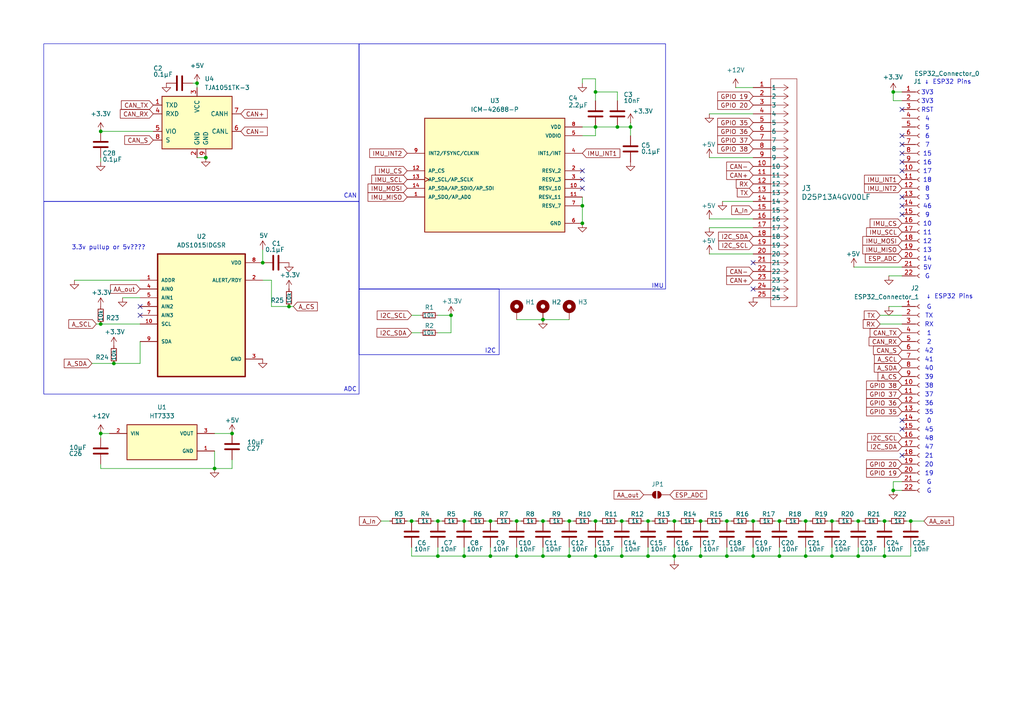
<source format=kicad_sch>
(kicad_sch (version 20231120) (generator "eeschema") (generator_version "8.0")
  (paper "A4")
  (title_block (title "SSS_HAT") (date "2024-11-05") (rev "1.0") (company "Dallas Formula Racing") (comment 1 "By: Will Everson"))
  (junction (at 259.08 26.67))
  (junction (at 195.58 161.29))
  (junction (at 218.44 151.13))
  (junction (at 210.82 161.29))
  (junction (at 67.31 125.73))
  (junction (at 172.72 161.29))
  (junction (at 149.86 151.13))
  (junction (at 172.72 26.67))
  (junction (at 256.54 161.29))
  (junction (at 264.16 151.13))
  (junction (at 83.82 88.9))
  (junction (at 180.34 151.13))
  (junction (at 248.92 161.29))
  (junction (at 142.24 161.29))
  (junction (at 119.38 151.13))
  (junction (at 172.72 151.13))
  (junction (at 59.69 45.72))
  (junction (at 180.34 161.29))
  (junction (at 172.72 36.83))
  (junction (at 127 161.29))
  (junction (at 195.58 151.13))
  (junction (at 241.3 161.29))
  (junction (at 187.96 161.29))
  (junction (at 127 151.13))
  (junction (at 241.3 151.13))
  (junction (at 165.1 151.13))
  (junction (at 29.21 38.1))
  (junction (at 157.48 161.29))
  (junction (at 248.92 151.13))
  (junction (at 165.1 161.29))
  (junction (at 134.62 161.29))
  (junction (at 182.88 36.83))
  (junction (at 233.68 151.13))
  (junction (at 226.06 151.13))
  (junction (at 149.86 161.29))
  (junction (at 259.08 142.24))
  (junction (at 57.15 24.13))
  (junction (at 157.48 151.13))
  (junction (at 256.54 151.13))
  (junction (at 168.91 64.77))
  (junction (at 218.44 161.29))
  (junction (at 157.48 92.71))
  (junction (at 210.82 151.13))
  (junction (at 142.24 151.13))
  (junction (at 168.91 59.69))
  (junction (at 179.07 36.83))
  (junction (at 226.06 161.29))
  (junction (at 62.23 135.89))
  (junction (at 130.81 91.44))
  (junction (at 76.2 76.2))
  (junction (at 203.2 161.29))
  (junction (at 233.68 161.29))
  (junction (at 187.96 151.13))
  (junction (at 203.2 151.13))
  (junction (at 33.02 105.41))
  (junction (at 134.62 151.13))
  (junction (at 29.21 93.98))
  (junction (at 29.21 125.73))
  (no_connect (at 261.62 132.08))
  (no_connect (at 168.91 49.53))
  (no_connect (at 261.62 31.75))
  (no_connect (at 261.62 39.37))
  (no_connect (at 40.64 91.44))
  (no_connect (at 168.91 52.07))
  (no_connect (at 218.44 76.2))
  (no_connect (at 261.62 44.45))
  (no_connect (at 261.62 49.53))
  (no_connect (at 261.62 57.15))
  (no_connect (at 261.62 62.23))
  (no_connect (at 168.91 54.61))
  (no_connect (at 261.62 46.99))
  (no_connect (at 218.44 83.82))
  (no_connect (at 261.62 124.46))
  (no_connect (at 261.62 59.69))
  (no_connect (at 261.62 121.92))
  (no_connect (at 261.62 41.91))
  (no_connect (at 40.64 88.9))
  (wire (pts (xy 133.35 151.13) (xy 134.62 151.13)))
  (wire (pts (xy 172.72 26.67) (xy 179.07 26.67)))
  (wire (pts (xy 125.73 151.13) (xy 127 151.13)))
  (wire (pts (xy 248.92 158.75) (xy 248.92 161.29)))
  (wire (pts (xy 172.72 161.29) (xy 165.1 161.29)))
  (wire (pts (xy 127 96.52) (xy 130.81 96.52)))
  (wire (pts (xy 165.1 161.29) (xy 157.48 161.29)))
  (wire (pts (xy 57.15 45.72) (xy 59.69 45.72)))
  (wire (pts (xy 149.86 151.13) (xy 151.13 151.13)))
  (wire (pts (xy 205.74 73.66) (xy 218.44 73.66)))
  (wire (pts (xy 156.21 151.13) (xy 157.48 151.13)))
  (wire (pts (xy 140.97 151.13) (xy 142.24 151.13)))
  (wire (pts (xy 203.2 158.75) (xy 203.2 161.29)))
  (wire (pts (xy 264.16 151.13) (xy 262.89 151.13)))
  (wire (pts (xy 29.21 135.89) (xy 29.21 134.62)))
  (wire (pts (xy 201.93 151.13) (xy 203.2 151.13)))
  (wire (pts (xy 179.07 36.83) (xy 172.72 36.83)))
  (wire (pts (xy 27.94 93.98) (xy 29.21 93.98)))
  (wire (pts (xy 203.2 151.13) (xy 204.47 151.13)))
  (wire (pts (xy 217.17 151.13) (xy 218.44 151.13)))
  (wire (pts (xy 148.59 151.13) (xy 149.86 151.13)))
  (wire (pts (xy 264.16 158.75) (xy 264.16 161.29)))
  (wire (pts (xy 119.38 91.44) (xy 121.92 91.44)))
  (wire (pts (xy 233.68 161.29) (xy 226.06 161.29)))
  (wire (pts (xy 134.62 158.75) (xy 134.62 161.29)))
  (wire (pts (xy 142.24 161.29) (xy 134.62 161.29)))
  (wire (pts (xy 248.92 151.13) (xy 250.19 151.13)))
  (wire (pts (xy 62.23 135.89) (xy 67.31 135.89)))
  (wire (pts (xy 261.62 139.7) (xy 259.08 139.7)))
  (wire (pts (xy 142.24 151.13) (xy 143.51 151.13)))
  (wire (pts (xy 259.08 139.7) (xy 259.08 142.24)))
  (wire (pts (xy 180.34 161.29) (xy 172.72 161.29)))
  (wire (pts (xy 218.44 161.29) (xy 210.82 161.29)))
  (wire (pts (xy 264.16 151.13) (xy 267.97 151.13)))
  (wire (pts (xy 241.3 158.75) (xy 241.3 161.29)))
  (wire (pts (xy 218.44 151.13) (xy 219.71 151.13)))
  (wire (pts (xy 179.07 151.13) (xy 180.34 151.13)))
  (wire (pts (xy 163.83 151.13) (xy 165.1 151.13)))
  (wire (pts (xy 26.67 105.41) (xy 33.02 105.41)))
  (wire (pts (xy 83.82 88.9) (xy 78.74 88.9)))
  (wire (pts (xy 264.16 161.29) (xy 256.54 161.29)))
  (wire (pts (xy 186.69 151.13) (xy 187.96 151.13)))
  (wire (pts (xy 40.64 105.41) (xy 40.64 99.06)))
  (wire (pts (xy 35.56 86.36) (xy 40.64 86.36)))
  (wire (pts (xy 157.48 161.29) (xy 149.86 161.29)))
  (wire (pts (xy 259.08 142.24) (xy 261.62 142.24)))
  (wire (pts (xy 233.68 151.13) (xy 234.95 151.13)))
  (wire (pts (xy 171.45 151.13) (xy 172.72 151.13)))
  (wire (pts (xy 213.36 25.4) (xy 218.44 25.4)))
  (wire (pts (xy 210.82 158.75) (xy 210.82 161.29)))
  (wire (pts (xy 130.81 96.52) (xy 130.81 91.44)))
  (wire (pts (xy 210.82 161.29) (xy 203.2 161.29)))
  (wire (pts (xy 172.72 29.21) (xy 172.72 26.67)))
  (wire (pts (xy 33.02 105.41) (xy 40.64 105.41)))
  (wire (pts (xy 127 161.29) (xy 119.38 161.29)))
  (wire (pts (xy 127 158.75) (xy 127 161.29)))
  (wire (pts (xy 29.21 125.73) (xy 29.21 127)))
  (wire (pts (xy 240.03 151.13) (xy 241.3 151.13)))
  (wire (pts (xy 78.74 81.28) (xy 78.74 88.9)))
  (wire (pts (xy 119.38 151.13) (xy 120.65 151.13)))
  (wire (pts (xy 149.86 158.75) (xy 149.86 161.29)))
  (wire (pts (xy 259.08 26.67) (xy 261.62 26.67)))
  (wire (pts (xy 157.48 92.71) (xy 165.1 92.71)))
  (wire (pts (xy 205.74 33.02) (xy 218.44 33.02)))
  (wire (pts (xy 149.86 92.71) (xy 157.48 92.71)))
  (wire (pts (xy 257.81 88.9) (xy 261.62 88.9)))
  (wire (pts (xy 168.91 39.37) (xy 172.72 39.37)))
  (wire (pts (xy 241.3 151.13) (xy 242.57 151.13)))
  (wire (pts (xy 134.62 151.13) (xy 135.89 151.13)))
  (wire (pts (xy 195.58 161.29) (xy 195.58 162.56)))
  (wire (pts (xy 29.21 38.1) (xy 44.45 38.1)))
  (wire (pts (xy 157.48 151.13) (xy 158.75 151.13)))
  (wire (pts (xy 233.68 158.75) (xy 233.68 161.29)))
  (wire (pts (xy 224.79 151.13) (xy 226.06 151.13)))
  (wire (pts (xy 29.21 46.99) (xy 29.21 45.72)))
  (wire (pts (xy 168.91 22.86) (xy 168.91 24.13)))
  (wire (pts (xy 149.86 161.29) (xy 142.24 161.29)))
  (wire (pts (xy 134.62 161.29) (xy 127 161.29)))
  (wire (pts (xy 165.1 151.13) (xy 166.37 151.13)))
  (wire (pts (xy 127 151.13) (xy 128.27 151.13)))
  (wire (pts (xy 29.21 125.73) (xy 31.75 125.73)))
  (wire (pts (xy 172.72 151.13) (xy 173.99 151.13)))
  (wire (pts (xy 255.27 91.44) (xy 261.62 91.44)))
  (wire (pts (xy 182.88 35.56) (xy 182.88 36.83)))
  (wire (pts (xy 187.96 158.75) (xy 187.96 161.29)))
  (wire (pts (xy 165.1 158.75) (xy 165.1 161.29)))
  (wire (pts (xy 226.06 158.75) (xy 226.06 161.29)))
  (wire (pts (xy 195.58 161.29) (xy 195.58 158.75)))
  (wire (pts (xy 205.74 66.04) (xy 218.44 66.04)))
  (wire (pts (xy 172.72 22.86) (xy 168.91 22.86)))
  (wire (pts (xy 259.08 29.21) (xy 259.08 26.67)))
  (wire (pts (xy 187.96 161.29) (xy 195.58 161.29)))
  (wire (pts (xy 127 91.44) (xy 130.81 91.44)))
  (wire (pts (xy 187.96 161.29) (xy 180.34 161.29)))
  (wire (pts (xy 78.74 81.28) (xy 76.2 81.28)))
  (wire (pts (xy 182.88 36.83) (xy 182.88 39.37)))
  (wire (pts (xy 194.31 151.13) (xy 195.58 151.13)))
  (wire (pts (xy 168.91 57.15) (xy 168.91 59.69)))
  (wire (pts (xy 255.27 93.98) (xy 261.62 93.98)))
  (wire (pts (xy 205.74 63.5) (xy 218.44 63.5)))
  (wire (pts (xy 110.49 151.13) (xy 113.03 151.13)))
  (wire (pts (xy 248.92 161.29) (xy 241.3 161.29)))
  (wire (pts (xy 172.72 158.75) (xy 172.72 161.29)))
  (wire (pts (xy 255.27 151.13) (xy 256.54 151.13)))
  (wire (pts (xy 241.3 161.29) (xy 233.68 161.29)))
  (wire (pts (xy 247.65 77.47) (xy 261.62 77.47)))
  (wire (pts (xy 205.74 45.72) (xy 218.44 45.72)))
  (wire (pts (xy 67.31 133.35) (xy 67.31 135.89)))
  (wire (pts (xy 195.58 151.13) (xy 196.85 151.13)))
  (wire (pts (xy 57.15 24.13) (xy 55.88 24.13)))
  (wire (pts (xy 256.54 161.29) (xy 248.92 161.29)))
  (wire (pts (xy 119.38 96.52) (xy 121.92 96.52)))
  (wire (pts (xy 182.88 36.83) (xy 179.07 36.83)))
  (wire (pts (xy 76.2 72.39) (xy 76.2 76.2)))
  (wire (pts (xy 142.24 158.75) (xy 142.24 161.29)))
  (wire (pts (xy 209.55 151.13) (xy 210.82 151.13)))
  (wire (pts (xy 40.64 81.28) (xy 21.59 81.28)))
  (wire (pts (xy 119.38 161.29) (xy 119.38 158.75)))
  (wire (pts (xy 172.72 26.67) (xy 172.72 22.86)))
  (wire (pts (xy 210.82 151.13) (xy 212.09 151.13)))
  (wire (pts (xy 187.96 151.13) (xy 189.23 151.13)))
  (wire (pts (xy 257.81 80.01) (xy 261.62 80.01)))
  (wire (pts (xy 29.21 93.98) (xy 40.64 93.98)))
  (wire (pts (xy 172.72 36.83) (xy 168.91 36.83)))
  (wire (pts (xy 180.34 158.75) (xy 180.34 161.29)))
  (wire (pts (xy 85.09 88.9) (xy 83.82 88.9)))
  (wire (pts (xy 232.41 151.13) (xy 233.68 151.13)))
  (wire (pts (xy 261.62 29.21) (xy 259.08 29.21)))
  (wire (pts (xy 62.23 125.73) (xy 67.31 125.73)))
  (wire (pts (xy 203.2 161.29) (xy 195.58 161.29)))
  (wire (pts (xy 256.54 158.75) (xy 256.54 161.29)))
  (wire (pts (xy 29.21 135.89) (xy 62.23 135.89)))
  (wire (pts (xy 209.55 58.42) (xy 218.44 58.42)))
  (wire (pts (xy 62.23 130.81) (xy 62.23 135.89)))
  (wire (pts (xy 168.91 59.69) (xy 168.91 64.77)))
  (wire (pts (xy 218.44 158.75) (xy 218.44 161.29)))
  (wire (pts (xy 172.72 36.83) (xy 172.72 39.37)))
  (wire (pts (xy 226.06 161.29) (xy 218.44 161.29)))
  (wire (pts (xy 256.54 151.13) (xy 257.81 151.13)))
  (wire (pts (xy 118.11 151.13) (xy 119.38 151.13)))
  (wire (pts (xy 57.15 25.4) (xy 57.15 24.13)))
  (wire (pts (xy 157.48 158.75) (xy 157.48 161.29)))
  (wire (pts (xy 180.34 151.13) (xy 181.61 151.13)))
  (wire (pts (xy 179.07 26.67) (xy 179.07 29.21)))
  (wire (pts (xy 226.06 151.13) (xy 227.33 151.13)))
  (wire (pts (xy 247.65 151.13) (xy 248.92 151.13)))
  (rectangle (start 12.7 58.42) (end 104.14 114.3))
  (rectangle (start 104.14 83.82) (end 144.78 102.87))
  (rectangle (start 12.7 12.7) (end 104.14 58.42) (stroke (width 0.127)))
  (rectangle (start 104.14 12.7) (end 193.04 83.82))
  (text "47" (at 269.494 129.794 0) (effects (font (size 1.27 1.27))))
  (text "45" (at 269.494 124.714 0) (effects (font (size 1.27 1.27))))
  (text "1" (at 269.494 96.774 0) (effects (font (size 1.27 1.27))))
  (text "35" (at 269.494 119.634 0) (effects (font (size 1.27 1.27))))
  (text "37" (at 269.494 114.554 0) (effects (font (size 1.27 1.27))))
  (text "42" (at 269.494 101.854 0) (effects (font (size 1.27 1.27))))
  (text "↓ ESP32 Pins\n" (at 274.828 23.876 0) (effects (font (size 1.27 1.27))))
  (text "7" (at 268.986 42.164 0) (effects (font (size 1.27 1.27))))
  (text "3V3" (at 268.986 26.924 0) (effects (font (size 1.27 1.27))))
  (text "48" (at 269.494 127.254 0) (effects (font (size 1.27 1.27))))
  (text "3.3v pullup or 5v????" (at 31.496 71.882 0) (effects (font (size 1.27 1.27))))
  (text "38" (at 269.494 112.014 0) (effects (font (size 1.27 1.27))))
  (text "3" (at 268.986 57.404 0) (effects (font (size 1.27 1.27))))
  (text "20" (at 269.494 134.874 0) (effects (font (size 1.27 1.27))))
  (text "36" (at 269.494 117.094 0) (effects (font (size 1.27 1.27))))
  (text "G" (at 269.494 139.954 0) (effects (font (size 1.27 1.27))))
  (text "14" (at 268.986 75.184 0) (effects (font (size 1.27 1.27))))
  (text "TX" (at 269.494 91.694 0) (effects (font (size 1.27 1.27))))
  (text "RX" (at 269.494 94.234 0) (effects (font (size 1.27 1.27))))
  (text "G\n" (at 269.494 89.154 0) (effects (font (size 1.27 1.27))))
  (text "18" (at 268.986 52.324 0) (effects (font (size 1.27 1.27))))
  (text "16" (at 268.986 47.244 0) (effects (font (size 1.27 1.27))))
  (text "↓ ESP32 Pins\n" (at 275.336 86.106 0) (effects (font (size 1.27 1.27))))
  (text "41" (at 269.494 104.394 0) (effects (font (size 1.27 1.27))))
  (text "5" (at 268.986 37.084 0) (effects (font (size 1.27 1.27))))
  (text "3V3" (at 268.986 29.464 0) (effects (font (size 1.27 1.27))))
  (text "39" (at 269.494 109.474 0) (effects (font (size 1.27 1.27))))
  (text "5V" (at 268.986 77.724 0) (effects (font (size 1.27 1.27))))
  (text "10" (at 268.986 65.024 0) (effects (font (size 1.27 1.27))))
  (text "0" (at 269.494 122.174 0) (effects (font (size 1.27 1.27))))
  (text "ADC" (at 101.6 113.03 0) (effects (font (size 1.27 1.27))))
  (text "I2C" (at 142.24 101.854 0) (effects (font (size 1.27 1.27))))
  (text "8" (at 268.986 54.864 0) (effects (font (size 1.27 1.27))))
  (text "CAN" (at 101.6 56.896 0) (effects (font (size 1.27 1.27))))
  (text "9" (at 268.986 62.484 0) (effects (font (size 1.27 1.27))))
  (text "15" (at 268.986 44.704 0) (effects (font (size 1.27 1.27))))
  (text "19" (at 269.494 137.414 0) (effects (font (size 1.27 1.27))))
  (text "11" (at 268.986 67.564 0) (effects (font (size 1.27 1.27))))
  (text "2" (at 269.494 99.314 0) (effects (font (size 1.27 1.27))))
  (text "17" (at 268.986 49.784 0) (effects (font (size 1.27 1.27))))
  (text "21" (at 269.494 132.334 0) (effects (font (size 1.27 1.27))))
  (text "40" (at 269.494 106.934 0) (effects (font (size 1.27 1.27))))
  (text "G" (at 269.494 142.494 0) (effects (font (size 1.27 1.27))))
  (text "6" (at 268.986 39.624 0) (effects (font (size 1.27 1.27))))
  (text "4" (at 268.986 34.544 0) (effects (font (size 1.27 1.27))))
  (text "12" (at 268.986 70.104 0) (effects (font (size 1.27 1.27))))
  (text "13" (at 268.986 72.644 0) (effects (font (size 1.27 1.27))))
  (text "IMU" (at 190.754 83.058 0) (effects (font (size 1.27 1.27))))
  (text "46" (at 268.986 59.944 0) (effects (font (size 1.27 1.27))))
  (text "RST" (at 268.986 32.004 0) (effects (font (size 1.27 1.27))))
  (text "G" (at 268.986 80.264 0) (effects (font (size 1.27 1.27))))
  (global_label "IMU_MOSI" (shape input) (at 118.11 54.61 180) (property "Intersheetrefs" "${INTERSHEET_REFS}" (effects (hide yes))))
  (global_label "GPIO 37" (shape input) (at 261.62 114.3 180) (property "Intersheetrefs" "${INTERSHEET_REFS}" (effects (hide yes))))
  (global_label "CAN_S" (shape input) (at 261.62 101.6 180) (property "Intersheetrefs" "${INTERSHEET_REFS}" (effects (hide yes))))
  (global_label "I2C_SDA" (shape input) (at 218.44 68.58 180) (property "Intersheetrefs" "${INTERSHEET_REFS}" (effects (hide yes))))
  (global_label "IMU_INT2" (shape input) (at 261.62 54.61 180) (property "Intersheetrefs" "${INTERSHEET_REFS}" (effects (hide yes))))
  (global_label "ESP_ADC" (shape input) (at 261.62 74.93 180) (property "Intersheetrefs" "${INTERSHEET_REFS}" (effects (hide yes))))
  (global_label "TX" (shape input) (at 218.44 55.88 180) (property "Intersheetrefs" "${INTERSHEET_REFS}" (effects (hide yes))))
  (global_label "TX" (shape input) (at 255.27 91.44 180) (property "Intersheetrefs" "${INTERSHEET_REFS}" (effects (hide yes))))
  (global_label "RX" (shape input) (at 255.27 93.98 180) (property "Intersheetrefs" "${INTERSHEET_REFS}" (effects (hide yes))))
  (global_label "I2C_SCL" (shape input) (at 119.38 91.44 180) (property "Intersheetrefs" "${INTERSHEET_REFS}" (effects (hide yes))))
  (global_label "A_CS" (shape input) (at 261.62 109.22 180) (property "Intersheetrefs" "${INTERSHEET_REFS}" (effects (hide yes))))
  (global_label "A_In" (shape input) (at 110.49 151.13 180) (property "Intersheetrefs" "${INTERSHEET_REFS}" (effects (hide yes))))
  (global_label "IMU_MOSI" (shape input) (at 261.62 69.85 180) (property "Intersheetrefs" "${INTERSHEET_REFS}" (effects (hide yes))))
  (global_label "GPIO 36" (shape input) (at 261.62 116.84 180) (property "Intersheetrefs" "${INTERSHEET_REFS}" (effects (hide yes))))
  (global_label "CAN_RX" (shape input) (at 261.62 99.06 180) (property "Intersheetrefs" "${INTERSHEET_REFS}" (effects (hide yes))))
  (global_label "IMU_INT1" (shape input) (at 261.62 52.07 180) (property "Intersheetrefs" "${INTERSHEET_REFS}" (effects (hide yes))))
  (global_label "IMU_INT1" (shape input) (at 168.91 44.45 0) (property "Intersheetrefs" "${INTERSHEET_REFS}" (effects (hide yes))))
  (global_label "A_SCL" (shape input) (at 27.94 93.98 180) (property "Intersheetrefs" "${INTERSHEET_REFS}" (effects (hide yes))))
  (global_label "AA_out" (shape input) (at 267.97 151.13 0) (property "Intersheetrefs" "${INTERSHEET_REFS}" (effects (hide yes))))
  (global_label "IMU_MISO" (shape input) (at 118.11 57.15 180) (property "Intersheetrefs" "${INTERSHEET_REFS}" (effects (hide yes))))
  (global_label "GPIO 19" (shape input) (at 422.459 70.052 180) (property "Intersheetrefs" "${INTERSHEET_REFS}" (effects (hide yes))))
  (global_label "GPIO 20" (shape input) (at 218.44 30.48 180) (property "Intersheetrefs" "${INTERSHEET_REFS}" (effects (hide yes))))
  (global_label "AA_out" (shape input) (at 186.69 143.51 180) (property "Intersheetrefs" "${INTERSHEET_REFS}" (effects (hide yes))))
  (global_label "CAN_S" (shape input) (at 44.45 40.64 180) (property "Intersheetrefs" "${INTERSHEET_REFS}" (effects (hide yes))))
  (global_label "IMU_CS" (shape input) (at 261.62 64.77 180) (property "Intersheetrefs" "${INTERSHEET_REFS}" (effects (hide yes))))
  (global_label "GPIO 19" (shape input) (at 261.62 137.16 180) (property "Intersheetrefs" "${INTERSHEET_REFS}" (effects (hide yes))))
  (global_label "IMU_INT2" (shape input) (at 118.11 44.45 180) (property "Intersheetrefs" "${INTERSHEET_REFS}" (effects (hide yes))))
  (global_label "GPIO 19" (shape input) (at 218.44 27.94 180) (property "Intersheetrefs" "${INTERSHEET_REFS}" (effects (hide yes))))
  (global_label "A_In" (shape input) (at 218.44 60.96 180) (property "Intersheetrefs" "${INTERSHEET_REFS}" (effects (hide yes))))
  (global_label "IMU_SCL" (shape input) (at 261.62 67.31 180) (property "Intersheetrefs" "${INTERSHEET_REFS}" (effects (hide yes))))
  (global_label "CAN+" (shape input) (at 218.44 50.8 180) (property "Intersheetrefs" "${INTERSHEET_REFS}" (effects (hide yes))))
  (global_label "I2C_SCL" (shape input) (at 261.62 127 180) (property "Intersheetrefs" "${INTERSHEET_REFS}" (effects (hide yes))))
  (global_label "A_SCL" (shape input) (at 261.62 104.14 180) (property "Intersheetrefs" "${INTERSHEET_REFS}" (effects (hide yes))))
  (global_label "IMU_CS" (shape input) (at 118.11 49.53 180) (property "Intersheetrefs" "${INTERSHEET_REFS}" (effects (hide yes))))
  (global_label "A_CS" (shape input) (at 85.09 88.9 0) (property "Intersheetrefs" "${INTERSHEET_REFS}" (effects (hide yes))))
  (global_label "GPIO 20" (shape input) (at 261.62 134.62 180) (property "Intersheetrefs" "${INTERSHEET_REFS}" (effects (hide yes))))
  (global_label "CAN_RX" (shape input) (at 44.45 33.02 180) (property "Intersheetrefs" "${INTERSHEET_REFS}" (effects (hide yes))))
  (global_label "CAN-" (shape input) (at 218.44 78.74 180) (property "Intersheetrefs" "${INTERSHEET_REFS}" (effects (hide yes))))
  (global_label "CAN+" (shape input) (at 218.44 81.28 180) (property "Intersheetrefs" "${INTERSHEET_REFS}" (effects (hide yes))))
  (global_label "GPIO 38" (shape input) (at 261.62 111.76 180) (property "Intersheetrefs" "${INTERSHEET_REFS}" (effects (hide yes))))
  (global_label "GPIO 36" (shape input) (at 218.44 38.1 180) (property "Intersheetrefs" "${INTERSHEET_REFS}" (effects (hide yes))))
  (global_label "A_SDA" (shape input) (at 261.62 106.68 180) (property "Intersheetrefs" "${INTERSHEET_REFS}" (effects (hide yes))))
  (global_label "CAN-" (shape input) (at 218.44 48.26 180) (property "Intersheetrefs" "${INTERSHEET_REFS}" (effects (hide yes))))
  (global_label "CAN-" (shape input) (at 69.85 38.1 0) (property "Intersheetrefs" "${INTERSHEET_REFS}" (effects (hide yes))))
  (global_label "CAN_TX" (shape input) (at 261.62 96.52 180) (property "Intersheetrefs" "${INTERSHEET_REFS}" (effects (hide yes))))
  (global_label "GPIO 35" (shape input) (at 261.62 119.38 180) (property "Intersheetrefs" "${INTERSHEET_REFS}" (effects (hide yes))))
  (global_label "IMU_SCL" (shape input) (at 118.11 52.07 180) (property "Intersheetrefs" "${INTERSHEET_REFS}" (effects (hide yes))))
  (global_label "GPIO 37" (shape input) (at 218.44 40.64 180) (property "Intersheetrefs" "${INTERSHEET_REFS}" (effects (hide yes))))
  (global_label "CAN_TX" (shape input) (at 44.45 30.48 180) (property "Intersheetrefs" "${INTERSHEET_REFS}" (effects (hide yes))))
  (global_label "CAN+" (shape input) (at 69.85 33.02 0) (property "Intersheetrefs" "${INTERSHEET_REFS}" (effects (hide yes))))
  (global_label "GPIO 38" (shape input) (at 218.44 43.18 180) (property "Intersheetrefs" "${INTERSHEET_REFS}" (effects (hide yes))))
  (global_label "GPIO 20" (shape input) (at 422.459 67.512 180) (property "Intersheetrefs" "${INTERSHEET_REFS}" (effects (hide yes))))
  (global_label "RX" (shape input) (at 218.44 53.34 180) (property "Intersheetrefs" "${INTERSHEET_REFS}" (effects (hide yes))))
  (global_label "GPIO 35" (shape input) (at 218.44 35.56 180) (property "Intersheetrefs" "${INTERSHEET_REFS}" (effects (hide yes))))
  (global_label "I2C_SDA" (shape input) (at 119.38 96.52 180) (property "Intersheetrefs" "${INTERSHEET_REFS}" (effects (hide yes))))
  (global_label "I2C_SDA" (shape input) (at 261.62 129.54 180) (property "Intersheetrefs" "${INTERSHEET_REFS}" (effects (hide yes))))
  (global_label "IMU_MISO" (shape input) (at 261.62 72.39 180) (property "Intersheetrefs" "${INTERSHEET_REFS}" (effects (hide yes))))
  (global_label "ESP_ADC" (shape input) (at 194.31 143.51 0) (property "Intersheetrefs" "${INTERSHEET_REFS}" (effects (hide yes))))
  (global_label "A_SDA" (shape input) (at 26.67 105.41 180) (property "Intersheetrefs" "${INTERSHEET_REFS}" (effects (hide yes))))
  (global_label "AA_out" (shape input) (at 40.64 83.82 180) (property "Intersheetrefs" "${INTERSHEET_REFS}" (effects (hide yes))))
  (global_label "I2C_SCL" (shape input) (at 218.44 71.12 180) (property "Intersheetrefs" "${INTERSHEET_REFS}" (effects (hide yes))))
  (symbol (lib_id "power:GND") (at 76.2 104.14 0) (unit 1)
    (property "Reference" "#PWR018" (effects (hide yes)))
    (property "Value" "GND" (effects (hide yes)))
  )
  (symbol (lib_id "Device:C") (at 29.21 130.81 180) (unit 1)
    (property "Reference" "C26" (at 23.876 131.572 0) (effects (justify left)))
    (property "Value" "10μF" (at 25.146 129.794 0) (effects (justify left)))
    (property "Footprint" "Capacitor_SMD:C_0603_1608Metric" (effects (hide yes)))
    (property "Description" "Unpolarized capacitor" (effects (hide yes)))
  )
  (symbol (lib_id "power:GND") (at 259.08 142.24 0) (unit 1)
    (property "Reference" "#PWR013" (effects (hide yes)))
    (property "Value" "GND" (effects (hide yes)))
  )
  (symbol (lib_name "+5V_2") (lib_id "power:+5V") (at 29.21 38.1 0) (unit 1)
    (property "Reference" "#PWR022" (effects (hide yes)))
    (property "Value" "+3.3V" (at 29.21 33.02 0))
    (property "Description" "Power symbol creates a global label with name \"+5V\"" (effects (hide yes)))
  )
  (symbol (lib_id "power:+3.3V") (at 76.2 72.39 0) (unit 1)
    (property "Reference" "#PWR015" (effects (hide yes)))
    (property "Value" "5V" (at 76.454 68.326 0))
  )
  (symbol (lib_id "Device:C") (at 203.2 154.94 180) (unit 1)
    (property "Reference" "C17" (at 207.518 157.48 0) (effects (justify left)))
    (property "Value" "10nF" (at 208.788 159.258 0) (effects (justify left)))
    (property "Footprint" "Capacitor_SMD:C_0201_0603Metric" (effects (hide yes)))
    (property "Description" "Unpolarized capacitor" (effects (hide yes)))
  )
  (symbol (lib_id "Connector:Conn_01x22_Socket") (at 266.7 52.07 0) (unit 1)
    (property "Reference" "J1" (at 264.922 23.622 0) (effects (justify left)))
    (property "Value" "ESP32_Connector_0" (at 265.176 21.336 0) (effects (justify left)))
    (property "Footprint" "Connector_PinSocket_2.54mm:PinSocket_1x22_P2.54mm_Vertical" (effects (hide yes)))
    (property "Description" "Generic connector, single row, 01x22, script generated" (effects (hide yes)))
  )
  (symbol (lib_id "power:+5V") (at 67.31 125.73 0) (unit 1)
    (property "Reference" "#PWR042" (effects (hide yes)))
    (property "Value" "+5V" (at 67.31 121.92 0))
  )
  (symbol (lib_id "Device:C") (at 52.07 24.13 270) (unit 1)
    (property "Reference" "C2" (at 44.45 19.812 90) (effects (justify left)))
    (property "Value" "0.1μF" (at 44.45 21.59 90) (effects (justify left)))
    (property "Footprint" "Capacitor_SMD:C_0201_0603Metric" (effects (hide yes)))
    (property "Description" "Unpolarized capacitor" (effects (hide yes)))
  )
  (symbol (lib_id "Device:R_Small") (at 229.87 151.13 270) (unit 1)
    (property "Reference" "R18" (at 228.6 149.098 90) (effects (justify left)))
    (property "Value" "1k" (at 228.854 151.13 90) (effects (font (size 1.143 1.143)) (justify left)))
    (property "Footprint" "Capacitor_SMD:C_0201_0603Metric" (effects (hide yes)))
    (property "JLCpart#" "C2906988" (effects (hide yes)))
  )
  (symbol (lib_id "Device:R_Small") (at 138.43 151.13 270) (unit 1)
    (property "Reference" "R6" (at 137.16 149.098 90) (effects (justify left)))
    (property "Value" "1k" (at 137.414 151.13 90) (effects (font (size 1.143 1.143)) (justify left)))
    (property "Footprint" "Capacitor_SMD:C_0201_0603Metric" (effects (hide yes)))
    (property "JLCpart#" "C2906988" (effects (hide yes)))
  )
  (symbol (lib_id "Device:C") (at 264.16 154.94 180) (unit 1)
    (property "Reference" "C25" (at 268.478 157.48 0) (effects (justify left)))
    (property "Value" "10nF" (at 269.748 159.258 0) (effects (justify left)))
    (property "Footprint" "Capacitor_SMD:C_0201_0603Metric" (effects (hide yes)))
    (property "Description" "Unpolarized capacitor" (effects (hide yes)))
  )
  (symbol (lib_id "Device:R_Small") (at 168.91 151.13 270) (unit 1)
    (property "Reference" "R10" (at 167.64 149.098 90) (effects (justify left)))
    (property "Value" "1k" (at 167.894 151.13 90) (effects (font (size 1.143 1.143)) (justify left)))
    (property "Footprint" "Capacitor_SMD:C_0201_0603Metric" (effects (hide yes)))
    (property "JLCpart#" "C2906988" (effects (hide yes)))
  )
  (symbol (lib_id "power:GND") (at 205.74 33.02 0) (unit 1)
    (property "Reference" "#PWR020" (effects (hide yes)))
    (property "Value" "GND" (effects (hide yes)))
  )
  (symbol (lib_id "Device:R_Small") (at 124.46 96.52 270) (unit 1)
    (property "Reference" "R2" (at 123.19 94.488 90) (effects (justify left)))
    (property "Value" "10k" (at 122.682 96.52 90) (effects (font (size 1.143 1.143)) (justify left)))
    (property "Footprint" "Capacitor_SMD:C_0201_0603Metric" (effects (hide yes)))
    (property "JLCpart#" "C2906988" (effects (hide yes)))
  )
  (symbol (lib_id "power:+3.3V") (at 29.21 88.9 0) (unit 1)
    (property "Reference" "#PWR032" (effects (hide yes)))
    (property "Value" "+3.3V" (at 29.464 84.836 0))
  )
  (symbol (lib_id "power:GND") (at 35.56 86.36 0) (unit 1)
    (property "Reference" "#PWR040" (effects (hide yes)))
    (property "Value" "GND" (effects (hide yes)))
  )
  (symbol (lib_id "Mechanical:MountingHole_Pad") (at 165.1 90.17 0) (unit 1) (exclude_from_sim yes) (in_bom no)
    (property "Reference" "H3" (at 167.64 87.6299 0) (effects (justify left)))
    (property "Value" "MountingHole_Pad" (effects (hide yes)))
    (property "Footprint" "MountingHole:MountingHole_2.2mm_M2_Pad_TopOnly" (effects (hide yes)))
    (property "Description" "Mounting Hole with connection" (effects (hide yes)))
  )
  (symbol (lib_id "Device:R_Small") (at 123.19 151.13 270) (unit 1)
    (property "Reference" "R4" (at 121.92 149.098 90) (effects (justify left)))
    (property "Value" "1k" (at 122.174 151.13 90) (effects (font (size 1.143 1.143)) (justify left)))
    (property "Footprint" "Capacitor_SMD:C_0201_0603Metric" (effects (hide yes)))
    (property "JLCpart#" "C2906988" (effects (hide yes)))
  )
  (symbol (lib_name "GND_1") (lib_id "power:GND") (at 48.26 24.13 0) (unit 1)
    (property "Reference" "#PWR035" (effects (hide yes)))
    (property "Value" "GND" (effects (hide yes)))
    (property "Description" "Power symbol creates a global label with name \"GND\" , ground" (effects (hide yes)))
  )
  (symbol (lib_id "Device:C") (at 172.72 154.94 180) (unit 1)
    (property "Reference" "C13" (at 177.038 157.48 0) (effects (justify left)))
    (property "Value" "10nF" (at 178.308 159.258 0) (effects (justify left)))
    (property "Footprint" "Capacitor_SMD:C_0201_0603Metric" (effects (hide yes)))
    (property "Description" "Unpolarized capacitor" (effects (hide yes)))
  )
  (symbol (lib_id "power:GND") (at 62.23 135.89 0) (unit 1)
    (property "Reference" "#PWR041" (effects (hide yes)))
    (property "Value" "GND" (effects (hide yes)))
  )
  (symbol (lib_id "Device:C") (at 256.54 154.94 180) (unit 1)
    (property "Reference" "C24" (at 260.858 157.48 0) (effects (justify left)))
    (property "Value" "10nF" (at 262.128 159.258 0) (effects (justify left)))
    (property "Footprint" "Capacitor_SMD:C_0201_0603Metric" (effects (hide yes)))
    (property "Description" "Unpolarized capacitor" (effects (hide yes)))
  )
  (symbol (lib_name "+5V_2") (lib_id "power:+5V") (at 57.15 24.13 0) (unit 1)
    (property "Reference" "#PWR02" (effects (hide yes)))
    (property "Value" "+5V" (at 57.15 19.05 0))
    (property "Description" "Power symbol creates a global label with name \"+5V\"" (effects (hide yes)))
  )
  (symbol (lib_id "Device:C") (at 80.01 76.2 90) (unit 1)
    (property "Reference" "C1" (at 81.534 70.612 90) (effects (justify left)))
    (property "Value" "0.1μF" (at 82.55 72.39 90) (effects (justify left)))
    (property "Footprint" "Capacitor_SMD:C_0201_0603Metric" (effects (hide yes)))
    (property "Description" "Unpolarized capacitor" (effects (hide yes)))
  )
  (symbol (lib_id "Device:C") (at 187.96 154.94 180) (unit 1)
    (property "Reference" "C15" (at 192.278 157.48 0) (effects (justify left)))
    (property "Value" "10nF" (at 193.548 159.258 0) (effects (justify left)))
    (property "Footprint" "Capacitor_SMD:C_0201_0603Metric" (effects (hide yes)))
    (property "Description" "Unpolarized capacitor" (effects (hide yes)))
  )
  (symbol (lib_id "Device:C") (at 157.48 154.94 180) (unit 1)
    (property "Reference" "C11" (at 161.798 157.48 0) (effects (justify left)))
    (property "Value" "10nF" (at 163.068 159.258 0) (effects (justify left)))
    (property "Footprint" "Capacitor_SMD:C_0201_0603Metric" (effects (hide yes)))
    (property "Description" "Unpolarized capacitor" (effects (hide yes)))
  )
  (symbol (lib_id "Device:C") (at 119.38 154.94 180) (unit 1)
    (property "Reference" "C6" (at 123.698 157.48 0) (effects (justify left)))
    (property "Value" "10nF" (at 124.968 159.258 0) (effects (justify left)))
    (property "Footprint" "Capacitor_SMD:C_0201_0603Metric" (effects (hide yes)))
    (property "Description" "Unpolarized capacitor" (effects (hide yes)))
  )
  (symbol (lib_id "Device:R_Small") (at 260.35 151.13 270) (unit 1)
    (property "Reference" "R22" (at 259.08 149.098 90) (effects (justify left)))
    (property "Value" "1k" (at 259.334 151.13 90) (effects (font (size 1.143 1.143)) (justify left)))
    (property "Footprint" "Capacitor_SMD:C_0201_0603Metric" (effects (hide yes)))
    (property "JLCpart#" "C2906988" (effects (hide yes)))
  )
  (symbol (lib_id "power:+12V") (at 213.36 25.4 0) (unit 1)
    (property "Reference" "#PWR044" (effects (hide yes)))
    (property "Value" "+12V" (at 213.36 20.32 0))
    (property "Description" "Power symbol creates a global label with name \"+12V\"" (effects (hide yes)))
  )
  (symbol (lib_id "Mechanical:MountingHole_Pad") (at 157.48 90.17 0) (unit 1) (exclude_from_sim yes) (in_bom no)
    (property "Reference" "H2" (at 160.02 87.6299 0) (effects (justify left)))
    (property "Value" "MountingHole_Pad" (effects (hide yes)))
    (property "Footprint" "MountingHole:MountingHole_2.2mm_M2_Pad_TopOnly" (effects (hide yes)))
    (property "Description" "Mounting Hole with connection" (effects (hide yes)))
  )
  (symbol (lib_id "Device:R_Small") (at 199.39 151.13 270) (unit 1)
    (property "Reference" "R14" (at 198.12 149.098 90) (effects (justify left)))
    (property "Value" "1k" (at 198.374 151.13 90) (effects (font (size 1.143 1.143)) (justify left)))
    (property "Footprint" "Capacitor_SMD:C_0201_0603Metric" (effects (hide yes)))
    (property "JLCpart#" "C2906988" (effects (hide yes)))
  )
  (symbol (lib_id "Device:R_Small") (at 130.81 151.13 270) (unit 1)
    (property "Reference" "R5" (at 129.54 149.098 90) (effects (justify left)))
    (property "Value" "1k" (at 129.794 151.13 90) (effects (font (size 1.143 1.143)) (justify left)))
    (property "Footprint" "Capacitor_SMD:C_0201_0603Metric" (effects (hide yes)))
    (property "JLCpart#" "C2906988" (effects (hide yes)))
  )
  (symbol (lib_id "Device:R_Small") (at 222.25 151.13 270) (unit 1)
    (property "Reference" "R17" (at 220.98 149.098 90) (effects (justify left)))
    (property "Value" "1k" (at 221.234 151.13 90) (effects (font (size 1.143 1.143)) (justify left)))
    (property "Footprint" "Capacitor_SMD:C_0201_0603Metric" (effects (hide yes)))
    (property "JLCpart#" "C2906988" (effects (hide yes)))
  )
  (symbol (lib_id "Device:C") (at 226.06 154.94 180) (unit 1)
    (property "Reference" "C20" (at 230.378 157.48 0) (effects (justify left)))
    (property "Value" "10nF" (at 231.648 159.258 0) (effects (justify left)))
    (property "Footprint" "Capacitor_SMD:C_0201_0603Metric" (effects (hide yes)))
    (property "Description" "Unpolarized capacitor" (effects (hide yes)))
  )
  (symbol (lib_id "Device:R_Small") (at 83.82 86.36 0) (unit 1)
    (property "Reference" "R25" (at 78.486 87.122 0) (effects (justify left)))
    (property "Value" "10k" (at 83.82 88.138 90) (effects (font (size 1.143 1.143)) (justify left)))
    (property "Footprint" "Capacitor_SMD:C_0201_0603Metric" (effects (hide yes)))
    (property "JLCpart#" "C2906988" (effects (hide yes)))
  )
  (symbol (lib_id "Device:R_Small") (at 207.01 151.13 270) (unit 1)
    (property "Reference" "R15" (at 205.74 149.098 90) (effects (justify left)))
    (property "Value" "1k" (at 205.994 151.13 90) (effects (font (size 1.143 1.143)) (justify left)))
    (property "Footprint" "Capacitor_SMD:C_0201_0603Metric" (effects (hide yes)))
    (property "JLCpart#" "C2906988" (effects (hide yes)))
  )
  (symbol (lib_id "Jumper:SolderJumper_2_Open") (at 190.5 143.51 0) (unit 1) (exclude_from_sim yes) (in_bom no)
    (property "Reference" "JP1" (at 190.754 140.462 0))
    (property "Value" "SolderJumper_2_Open" (effects (hide yes)))
    (property "Footprint" "Jumper:SolderJumper-2_P1.3mm_Open_TrianglePad1.0x1.5mm" (effects (hide yes)))
    (property "Description" "Solder Jumper, 2-pole, open" (effects (hide yes)))
  )
  (symbol (lib_id "power:+3.3V") (at 182.88 35.56 0) (unit 1)
    (property "Reference" "#PWR028" (effects (hide yes)))
    (property "Value" "+3.3V" (at 186.436 32.258 0))
    (property "Description" "Power symbol creates a global label with name \"+3.3V\"" (effects (hide yes)))
  )
  (symbol (lib_id "Device:C") (at 142.24 154.94 180) (unit 1)
    (property "Reference" "C9" (at 146.558 157.48 0) (effects (justify left)))
    (property "Value" "10nF" (at 147.828 159.258 0) (effects (justify left)))
    (property "Footprint" "Capacitor_SMD:C_0201_0603Metric" (effects (hide yes)))
    (property "Description" "Unpolarized capacitor" (effects (hide yes)))
  )
  (symbol (lib_id "Device:R_Small") (at 252.73 151.13 270) (unit 1)
    (property "Reference" "R21" (at 251.46 149.098 90) (effects (justify left)))
    (property "Value" "1k" (at 251.714 151.13 90) (effects (font (size 1.143 1.143)) (justify left)))
    (property "Footprint" "Capacitor_SMD:C_0201_0603Metric" (effects (hide yes)))
    (property "JLCpart#" "C2906988" (effects (hide yes)))
  )
  (symbol (lib_id "Device:C") (at 248.92 154.94 180) (unit 1)
    (property "Reference" "C23" (at 253.238 157.48 0) (effects (justify left)))
    (property "Value" "10nF" (at 254.508 159.258 0) (effects (justify left)))
    (property "Footprint" "Capacitor_SMD:C_0201_0603Metric" (effects (hide yes)))
    (property "Description" "Unpolarized capacitor" (effects (hide yes)))
  )
  (symbol (lib_id "power:GND") (at 195.58 162.56 0) (unit 1)
    (property "Reference" "#PWR025" (effects (hide yes)))
    (property "Value" "GND" (effects (hide yes)))
  )
  (symbol (lib_id "power:GND") (at 83.82 76.2 0) (unit 1)
    (property "Reference" "#PWR017" (effects (hide yes)))
    (property "Value" "GND" (effects (hide yes)))
  )
  (symbol (lib_id "Device:C") (at 29.21 41.91 0) (unit 1)
    (property "Reference" "C28" (at 29.718 44.45 0) (effects (justify left)))
    (property "Value" "0.1μF" (at 29.718 46.228 0) (effects (justify left)))
    (property "Footprint" "Capacitor_SMD:C_0201_0603Metric" (effects (hide yes)))
    (property "Description" "Unpolarized capacitor" (effects (hide yes)))
  )
  (symbol (lib_id "IMU:ICM-42688-P") (at 143.51 49.53 0) (unit 1)
    (property "Reference" "U3" (at 143.51 29.21 0))
    (property "Value" "ICM-42688-P" (at 143.51 31.75 0))
    (property "Footprint" "IMU:PQFN50P300X250X97-14N" (effects (hide yes)))
    (property "MF" "TDK InvenSense" (effects (hide yes)))
    (property "MAXIMUM_PACKAGE_HEIGHT" "0.97mm" (effects (hide yes)))
    (property "Package" "LGA-14 TDK InvenSense" (effects (hide yes)))
    (property "Price" "None" (effects (hide yes)))
    (property "Check_prices" "https://www.snapeda.com/parts/ICM-42688-P/TDK/view-part/?ref=eda" (effects (hide yes)))
    (property "STANDARD" "IPC-7351B" (effects (hide yes)))
    (property "PARTREV" "1.2" (effects (hide yes)))
    (property "SnapEDA_Link" "https://www.snapeda.com/parts/ICM-42688-P/TDK/view-part/?ref=snap" (effects (hide yes)))
    (property "MP" "ICM-42688-P" (effects (hide yes)))
    (property "Description_1" "\n                        \n                            Accelerometer, Gyroscope, 6 Axis Sensor - Output\n                        \n" (effects (hide yes)))
    (property "Availability" "In Stock" (effects (hide yes)))
    (property "MANUFACTURER" "TDK InvenSense" (effects (hide yes)))
  )
  (symbol (lib_id "Device:C") (at 182.88 43.18 0) (unit 1)
    (property "Reference" "C5" (at 185.928 42.164 0) (effects (justify left)))
    (property "Value" "0.1μF" (at 185.928 43.942 0) (effects (justify left)))
    (property "Footprint" "Capacitor_SMD:C_0201_0603Metric" (effects (hide yes)))
    (property "Description" "Unpolarized capacitor" (effects (hide yes)))
  )
  (symbol (lib_id "power:+3.3V") (at 83.82 83.82 0) (unit 1)
    (property "Reference" "#PWR023" (effects (hide yes)))
    (property "Value" "+3.3V" (at 84.074 79.756 0))
  )
  (symbol (lib_id "Device:C") (at 172.72 33.02 0) (unit 1)
    (property "Reference" "C4" (at 164.846 28.448 0) (effects (justify left)))
    (property "Value" "2.2μF" (at 164.846 30.48 0) (effects (justify left)))
    (property "Footprint" "Capacitor_SMD:C_0201_0603Metric" (effects (hide yes)))
    (property "Description" "Unpolarized capacitor" (effects (hide yes)))
  )
  (symbol (lib_id "Device:R_Small") (at 146.05 151.13 270) (unit 1)
    (property "Reference" "R7" (at 144.78 149.098 90) (effects (justify left)))
    (property "Value" "1k" (at 145.034 151.13 90) (effects (font (size 1.143 1.143)) (justify left)))
    (property "Footprint" "Capacitor_SMD:C_0201_0603Metric" (effects (hide yes)))
    (property "JLCpart#" "C2906988" (effects (hide yes)))
  )
  (symbol (lib_id "Device:R_Small") (at 184.15 151.13 270) (unit 1)
    (property "Reference" "R12" (at 182.88 149.098 90) (effects (justify left)))
    (property "Value" "1k" (at 183.134 151.13 90) (effects (font (size 1.143 1.143)) (justify left)))
    (property "Footprint" "Capacitor_SMD:C_0201_0603Metric" (effects (hide yes)))
    (property "JLCpart#" "C2906988" (effects (hide yes)))
  )
  (symbol (lib_name "+5V_1") (lib_id "power:+5V") (at 205.74 63.5 0) (unit 1)
    (property "Reference" "#PWR014" (effects (hide yes)))
    (property "Value" "+5V" (at 203.454 59.69 0) (effects (justify left)))
    (property "Description" "Power symbol creates a global label with name \"+5V\"" (effects (hide yes)))
  )
  (symbol (lib_id "Interface_CAN_LIN:TJA1051TK-3") (at 57.15 35.56 0) (unit 1)
    (property "Reference" "U4" (at 59.3441 22.86 0) (effects (justify left)))
    (property "Value" "TJA1051TK-3" (at 59.3441 25.4 0) (effects (justify left)))
    (property "Footprint" "Package_DFN_QFN:DFN-8-1EP_3x3mm_P0.65mm_EP1.55x2.4mm" (effects (hide yes)))
    (property "Datasheet" "http://www.nxp.com/docs/en/data-sheet/TJA1051.pdf" (effects (hide yes)))
    (property "Description" "High-Speed CAN Transceiver, separate VIO, silent mode, DFN-8" (effects (hide yes)))
  )
  (symbol (lib_id "power:+3.3V") (at 33.02 100.33 0) (unit 1)
    (property "Reference" "#PWR019" (effects (hide yes)))
    (property "Value" "+3.3V" (at 33.274 96.266 0))
  )
  (symbol (lib_id "power:GND") (at 157.48 92.71 0) (unit 1)
    (property "Reference" "#PWR021" (effects (hide yes)))
    (property "Value" "GND" (effects (hide yes)))
  )
  (symbol (lib_id "Device:R_Small") (at 153.67 151.13 270) (unit 1)
    (property "Reference" "R8" (at 152.4 149.098 90) (effects (justify left)))
    (property "Value" "1k" (at 152.654 151.13 90) (effects (font (size 1.143 1.143)) (justify left)))
    (property "Footprint" "Capacitor_SMD:C_0201_0603Metric" (effects (hide yes)))
    (property "JLCpart#" "C2906988" (effects (hide yes)))
  )
  (symbol (lib_id "D25:D25P13A4GV00LF") (at 218.44 25.4 0) (unit 1)
    (property "Reference" "J3" (at 232.41 54.6099 0) (effects (font (size 1.524 1.524)) (justify left)))
    (property "Value" "D25P13A4GV00LF" (at 232.41 57.1499 0) (effects (font (size 1.524 1.524)) (justify left)))
    (property "Footprint" "D25:CONN_D25P_AMP" (effects (hide yes)))
    (property "Datasheet" "D25P13A4GV00LF" (effects (hide yes)))
  )
  (symbol (lib_id "ADC:ADS1015IDGSR") (at 58.42 91.44 0) (unit 1)
    (property "Reference" "U2" (at 58.42 68.58 0))
    (property "Value" "ADS1015IDGSR" (at 58.42 71.12 0))
    (property "Footprint" "ADC:SOP50P490X110-10N" (effects (hide yes)))
    (property "MF" "Texas Instruments" (effects (hide yes)))
    (property "Description_1" "\n                        \n                            12-bit, 3.3-kSPS, 4-channel, delta-sigma ADC with PGA, oscillator, VREF, comparator and I2C\n                        \n" (effects (hide yes)))
    (property "Package" "VSSOP-10 Texas Instruments" (effects (hide yes)))
    (property "Price" "None" (effects (hide yes)))
    (property "SnapEDA_Link" "https://www.snapeda.com/parts/ADS1015IDGSR/Texas+Instruments/view-part/?ref=snap" (effects (hide yes)))
    (property "MP" "ADS1015IDGSR" (effects (hide yes)))
    (property "Availability" "In Stock" (effects (hide yes)))
    (property "Check_prices" "https://www.snapeda.com/parts/ADS1015IDGSR/Texas+Instruments/view-part/?ref=eda" (effects (hide yes)))
  )
  (symbol (lib_id "Device:C") (at 233.68 154.94 180) (unit 1)
    (property "Reference" "C21" (at 237.998 157.48 0) (effects (justify left)))
    (property "Value" "10nF" (at 239.268 159.258 0) (effects (justify left)))
    (property "Footprint" "Capacitor_SMD:C_0201_0603Metric" (effects (hide yes)))
    (property "Description" "Unpolarized capacitor" (effects (hide yes)))
  )
  (symbol (lib_id "power:GND") (at 257.81 88.9 0) (unit 1)
    (property "Reference" "#PWR012" (effects (hide yes)))
    (property "Value" "GND" (effects (hide yes)))
  )
  (symbol (lib_name "GND_1") (lib_id "power:GND") (at 29.21 46.99 0) (unit 1)
    (property "Reference" "#PWR06" (effects (hide yes)))
    (property "Value" "GND" (effects (hide yes)))
    (property "Description" "Power symbol creates a global label with name \"GND\" , ground" (effects (hide yes)))
  )
  (symbol (lib_id "power:+3.3V") (at 130.81 91.44 0) (unit 1)
    (property "Reference" "#PWR016" (effects (hide yes)))
    (property "Value" "+3.3V" (at 131.064 87.376 0))
  )
  (symbol (lib_id "Device:C") (at 179.07 33.02 0) (unit 1)
    (property "Reference" "C3" (at 180.848 27.432 0) (effects (justify left)))
    (property "Value" "10nF" (at 180.848 29.21 0) (effects (justify left)))
    (property "Footprint" "Capacitor_SMD:C_0201_0603Metric" (effects (hide yes)))
    (property "Description" "Unpolarized capacitor" (effects (hide yes)))
  )
  (symbol (lib_id "Connector:Conn_01x22_Socket") (at 266.7 114.3 0) (unit 1)
    (property "Reference" "J2" (at 264.16 83.566 0) (effects (justify left)))
    (property "Value" "ESP32_Connector_1" (at 247.65 86.106 0) (effects (justify left)))
    (property "Footprint" "Connector_PinSocket_2.54mm:PinSocket_1x22_P2.54mm_Vertical" (effects (hide yes)))
    (property "Description" "Generic connector, single row, 01x22, script generated" (effects (hide yes)))
  )
  (symbol (lib_id "Device:R_Small") (at 33.02 102.87 0) (unit 1)
    (property "Reference" "R24" (at 27.686 103.632 0) (effects (justify left)))
    (property "Value" "10k" (at 33.02 104.648 90) (effects (font (size 1.143 1.143)) (justify left)))
    (property "Footprint" "Capacitor_SMD:C_0201_0603Metric" (effects (hide yes)))
    (property "JLCpart#" "C2906988" (effects (hide yes)))
  )
  (symbol (lib_id "Device:R_Small") (at 176.53 151.13 270) (unit 1)
    (property "Reference" "R11" (at 175.26 149.098 90) (effects (justify left)))
    (property "Value" "1k" (at 175.514 151.13 90) (effects (font (size 1.143 1.143)) (justify left)))
    (property "Footprint" "Capacitor_SMD:C_0201_0603Metric" (effects (hide yes)))
    (property "JLCpart#" "C2906988" (effects (hide yes)))
  )
  (symbol (lib_id "Device:C") (at 127 154.94 180) (unit 1)
    (property "Reference" "C7" (at 131.318 157.48 0) (effects (justify left)))
    (property "Value" "10nF" (at 132.588 159.258 0) (effects (justify left)))
    (property "Footprint" "Capacitor_SMD:C_0201_0603Metric" (effects (hide yes)))
    (property "Description" "Unpolarized capacitor" (effects (hide yes)))
  )
  (symbol (lib_name "+5V_1") (lib_id "power:+5V") (at 205.74 45.72 0) (unit 1)
    (property "Reference" "#PWR07" (effects (hide yes)))
    (property "Value" "+5V" (at 203.454 41.91 0) (effects (justify left)))
    (property "Description" "Power symbol creates a global label with name \"+5V\"" (effects (hide yes)))
  )
  (symbol (lib_id "power:GND") (at 209.55 58.42 0) (unit 1)
    (property "Reference" "#PWR08" (effects (hide yes)))
    (property "Value" "GND" (effects (hide yes)))
  )
  (symbol (lib_id "Device:R_Small") (at 245.11 151.13 270) (unit 1)
    (property "Reference" "R20" (at 243.84 149.098 90) (effects (justify left)))
    (property "Value" "1k" (at 244.094 151.13 90) (effects (font (size 1.143 1.143)) (justify left)))
    (property "Footprint" "Capacitor_SMD:C_0201_0603Metric" (effects (hide yes)))
    (property "JLCpart#" "C2906988" (effects (hide yes)))
  )
  (symbol (lib_id "power:GND") (at 205.74 66.04 0) (unit 1)
    (property "Reference" "#PWR04" (effects (hide yes)))
    (property "Value" "GND" (effects (hide yes)))
  )
  (symbol (lib_id "Device:R_Small") (at 124.46 91.44 270) (unit 1)
    (property "Reference" "R1" (at 123.19 89.154 90) (effects (justify left)))
    (property "Value" "10k" (at 122.682 91.44 90) (effects (font (size 1.143 1.143)) (justify left)))
    (property "Footprint" "Capacitor_SMD:C_0201_0603Metric" (effects (hide yes)))
    (property "JLCpart#" "C2906988" (effects (hide yes)))
  )
  (symbol (lib_id "Device:R_Small") (at 161.29 151.13 270) (unit 1)
    (property "Reference" "R9" (at 160.02 149.098 90) (effects (justify left)))
    (property "Value" "1k" (at 160.274 151.13 90) (effects (font (size 1.143 1.143)) (justify left)))
    (property "Footprint" "Capacitor_SMD:C_0201_0603Metric" (effects (hide yes)))
    (property "JLCpart#" "C2906988" (effects (hide yes)))
  )
  (symbol (lib_id "Device:C") (at 218.44 154.94 180) (unit 1)
    (property "Reference" "C19" (at 222.758 157.48 0) (effects (justify left)))
    (property "Value" "10nF" (at 224.028 159.258 0) (effects (justify left)))
    (property "Footprint" "Capacitor_SMD:C_0201_0603Metric" (effects (hide yes)))
    (property "Description" "Unpolarized capacitor" (effects (hide yes)))
  )
  (symbol (lib_id "Device:R_Small") (at 214.63 151.13 270) (unit 1)
    (property "Reference" "R16" (at 213.36 149.098 90) (effects (justify left)))
    (property "Value" "1k" (at 213.614 151.13 90) (effects (font (size 1.143 1.143)) (justify left)))
    (property "Footprint" "Capacitor_SMD:C_0201_0603Metric" (effects (hide yes)))
    (property "JLCpart#" "C2906988" (effects (hide yes)))
  )
  (symbol (lib_id "Device:R_Small") (at 29.21 91.44 0) (unit 1)
    (property "Reference" "R23" (at 30.734 92.202 0) (effects (justify left)))
    (property "Value" "10k" (at 29.21 93.218 90) (effects (font (size 1.143 1.143)) (justify left)))
    (property "Footprint" "Capacitor_SMD:C_0201_0603Metric" (effects (hide yes)))
    (property "JLCpart#" "C2906988" (effects (hide yes)))
  )
  (symbol (lib_id "Device:C") (at 195.58 154.94 180) (unit 1)
    (property "Reference" "C16" (at 199.898 157.48 0) (effects (justify left)))
    (property "Value" "10nF" (at 201.168 159.258 0) (effects (justify left)))
    (property "Footprint" "Capacitor_SMD:C_0201_0603Metric" (effects (hide yes)))
    (property "Description" "Unpolarized capacitor" (effects (hide yes)))
  )
  (symbol (lib_id "Device:C") (at 67.31 129.54 180) (unit 1)
    (property "Reference" "C27" (at 75.438 130.048 0) (effects (justify left)))
    (property "Value" "10μF" (at 76.708 128.27 0) (effects (justify left)))
    (property "Footprint" "Capacitor_SMD:C_0603_1608Metric" (effects (hide yes)))
    (property "Description" "Unpolarized capacitor" (effects (hide yes)))
  )
  (symbol (lib_id "Device:R_Small") (at 115.57 151.13 270) (unit 1)
    (property "Reference" "R3" (at 114.3 149.098 90) (effects (justify left)))
    (property "Value" "1k" (at 114.554 151.13 90) (effects (font (size 1.143 1.143)) (justify left)))
    (property "Footprint" "Capacitor_SMD:C_0201_0603Metric" (effects (hide yes)))
    (property "JLCpart#" "C2906988" (effects (hide yes)))
  )
  (symbol (lib_name "+5V_1") (lib_id "power:+5V") (at 247.65 77.47 0) (unit 1)
    (property "Reference" "#PWR010" (effects (hide yes)))
    (property "Value" "+5V" (at 245.364 73.66 0) (effects (justify left)))
    (property "Description" "Power symbol creates a global label with name \"+5V\"" (effects (hide yes)))
  )
  (symbol (lib_id "Device:C") (at 149.86 154.94 180) (unit 1)
    (property "Reference" "C10" (at 154.178 157.48 0) (effects (justify left)))
    (property "Value" "10nF" (at 155.448 159.258 0) (effects (justify left)))
    (property "Footprint" "Capacitor_SMD:C_0201_0603Metric" (effects (hide yes)))
    (property "Description" "Unpolarized capacitor" (effects (hide yes)))
  )
  (symbol (lib_id "power:GND") (at 168.91 24.13 0) (unit 1)
    (property "Reference" "#PWR030" (effects (hide yes)))
    (property "Value" "GND" (effects (hide yes)))
  )
  (symbol (lib_name "GND_1") (lib_id "power:GND") (at 59.69 45.72 0) (mirror y) (unit 1)
    (property "Reference" "#PWR03" (effects (hide yes)))
    (property "Value" "GND" (effects (hide yes)))
    (property "Description" "Power symbol creates a global label with name \"GND\" , ground" (effects (hide yes)))
  )
  (symbol (lib_id "power:+12V") (at 29.21 125.73 0) (unit 1)
    (property "Reference" "#PWR043" (effects (hide yes)))
    (property "Value" "+12V" (at 29.21 120.65 0))
    (property "Description" "Power symbol creates a global label with name \"+12V\"" (effects (hide yes)))
  )
  (symbol (lib_id "power:GND") (at 182.88 46.99 0) (unit 1)
    (property "Reference" "#PWR029" (effects (hide yes)))
    (property "Value" "GND" (effects (hide yes)))
  )
  (symbol (lib_id "power:+3.3V") (at 259.08 26.67 0) (unit 1)
    (property "Reference" "#PWR01" (effects (hide yes)))
    (property "Value" "+3.3V" (at 256.032 22.352 0) (effects (justify left)))
    (property "Description" "Power symbol creates a global label with name \"+3.3V\"" (effects (hide yes)))
  )
  (symbol (lib_id "Device:C") (at 165.1 154.94 180) (unit 1)
    (property "Reference" "C12" (at 169.418 157.48 0) (effects (justify left)))
    (property "Value" "10nF" (at 170.688 159.258 0) (effects (justify left)))
    (property "Footprint" "Capacitor_SMD:C_0201_0603Metric" (effects (hide yes)))
    (property "Description" "Unpolarized capacitor" (effects (hide yes)))
  )
  (symbol (lib_id "Device:C") (at 241.3 154.94 180) (unit 1)
    (property "Reference" "C22" (at 245.618 157.48 0) (effects (justify left)))
    (property "Value" "10nF" (at 246.888 159.258 0) (effects (justify left)))
    (property "Footprint" "Capacitor_SMD:C_0201_0603Metric" (effects (hide yes)))
    (property "Description" "Unpolarized capacitor" (effects (hide yes)))
  )
  (symbol (lib_name "+5V_1") (lib_id "power:+5V") (at 205.74 73.66 0) (unit 1)
    (property "Reference" "#PWR05" (effects (hide yes)))
    (property "Value" "+5V" (at 203.454 69.85 0) (effects (justify left)))
    (property "Description" "Power symbol creates a global label with name \"+5V\"" (effects (hide yes)))
  )
  (symbol (lib_id "Device:C") (at 180.34 154.94 180) (unit 1)
    (property "Reference" "C14" (at 184.658 157.48 0) (effects (justify left)))
    (property "Value" "10nF" (at 185.928 159.258 0) (effects (justify left)))
    (property "Footprint" "Capacitor_SMD:C_0201_0603Metric" (effects (hide yes)))
    (property "Description" "Unpolarized capacitor" (effects (hide yes)))
  )
  (symbol (lib_id "power:GND") (at 168.91 64.77 0) (unit 1)
    (property "Reference" "#PWR027" (effects (hide yes)))
    (property "Value" "GND" (effects (hide yes)))
  )
  (symbol (lib_id "Device:R_Small") (at 191.77 151.13 270) (unit 1)
    (property "Reference" "R13" (at 190.5 149.098 90) (effects (justify left)))
    (property "Value" "1k" (at 190.754 151.13 90) (effects (font (size 1.143 1.143)) (justify left)))
    (property "Footprint" "Capacitor_SMD:C_0201_0603Metric" (effects (hide yes)))
    (property "JLCpart#" "C2906988" (effects (hide yes)))
  )
  (symbol (lib_id "power:GND") (at 257.81 80.01 0) (unit 1)
    (property "Reference" "#PWR011" (effects (hide yes)))
    (property "Value" "GND" (effects (hide yes)))
  )
  (symbol (lib_id "Mechanical:MountingHole_Pad") (at 149.86 90.17 0) (unit 1) (exclude_from_sim yes) (in_bom no)
    (property "Reference" "H1" (at 152.4 87.6299 0) (effects (justify left)))
    (property "Value" "MountingHole_Pad" (effects (hide yes)))
    (property "Footprint" "MountingHole:MountingHole_2.2mm_M2_Pad_TopOnly" (effects (hide yes)))
    (property "Description" "Mounting Hole with connection" (effects (hide yes)))
  )
  (symbol (lib_id "Device:C") (at 134.62 154.94 180) (unit 1)
    (property "Reference" "C8" (at 138.938 157.48 0) (effects (justify left)))
    (property "Value" "10nF" (at 140.208 159.258 0) (effects (justify left)))
    (property "Footprint" "Capacitor_SMD:C_0201_0603Metric" (effects (hide yes)))
    (property "Description" "Unpolarized capacitor" (effects (hide yes)))
  )
  (symbol (lib_id "power:GND") (at 21.59 81.28 0) (unit 1)
    (property "Reference" "#PWR09" (effects (hide yes)))
    (property "Value" "GND" (effects (hide yes)))
  )
  (symbol (lib_id "power:GND") (at 218.44 86.36 0) (unit 1)
    (property "Reference" "#PWR024" (effects (hide yes)))
    (property "Value" "GND" (effects (hide yes)))
  )
  (symbol (lib_id "Device:R_Small") (at 237.49 151.13 270) (unit 1)
    (property "Reference" "R19" (at 236.22 149.098 90) (effects (justify left)))
    (property "Value" "1k" (at 236.474 151.13 90) (effects (font (size 1.143 1.143)) (justify left)))
    (property "Footprint" "Capacitor_SMD:C_0201_0603Metric" (effects (hide yes)))
    (property "JLCpart#" "C2906988" (effects (hide yes)))
  )
  (symbol (lib_id "HT7333:HT7333") (at 46.99 128.27 0) (unit 1)
    (property "Reference" "U1" (at 46.99 118.11 0))
    (property "Value" "HT7333" (at 46.99 120.65 0))
    (property "Footprint" "HT7333:IC_HT7333" (effects (hide yes)))
    (property "MF" "Holtek Semiconductor" (effects (hide yes)))
    (property "MAXIMUM_PACKAGE_HEIGHT" "1.6 mm" (effects (hide yes)))
    (property "Package" "None" (effects (hide yes)))
    (property "Price" "None" (effects (hide yes)))
    (property "Check_prices" "https://www.snapeda.com/parts/HT7333/Holtek/view-part/?ref=eda" (effects (hide yes)))
    (property "STANDARD" "Manufacturer Recommendations" (effects (hide yes)))
    (property "PARTREV" "1.80" (effects (hide yes)))
    (property "SnapEDA_Link" "https://www.snapeda.com/parts/HT7333/Holtek/view-part/?ref=snap" (effects (hide yes)))
    (property "MP" "HT7333" (effects (hide yes)))
    (property "Description_1" "\n                        \n                            Three-terminal, low power, high voltage regulator implemented in CMOS technology\n                        \n" (effects (hide yes)))
    (property "SNAPEDA_PN" "HT7333" (effects (hide yes)))
    (property "Availability" "In Stock" (effects (hide yes)))
    (property "MANUFACTURER" "Holtek" (effects (hide yes)))
  )
  (symbol (lib_id "Device:C") (at 210.82 154.94 180) (unit 1)
    (property "Reference" "C18" (at 215.138 157.48 0) (effects (justify left)))
    (property "Value" "10nF" (at 216.408 159.258 0) (effects (justify left)))
    (property "Footprint" "Capacitor_SMD:C_0201_0603Metric" (effects (hide yes)))
    (property "Description" "Unpolarized capacitor" (effects (hide yes)))
  )
)
</source>
